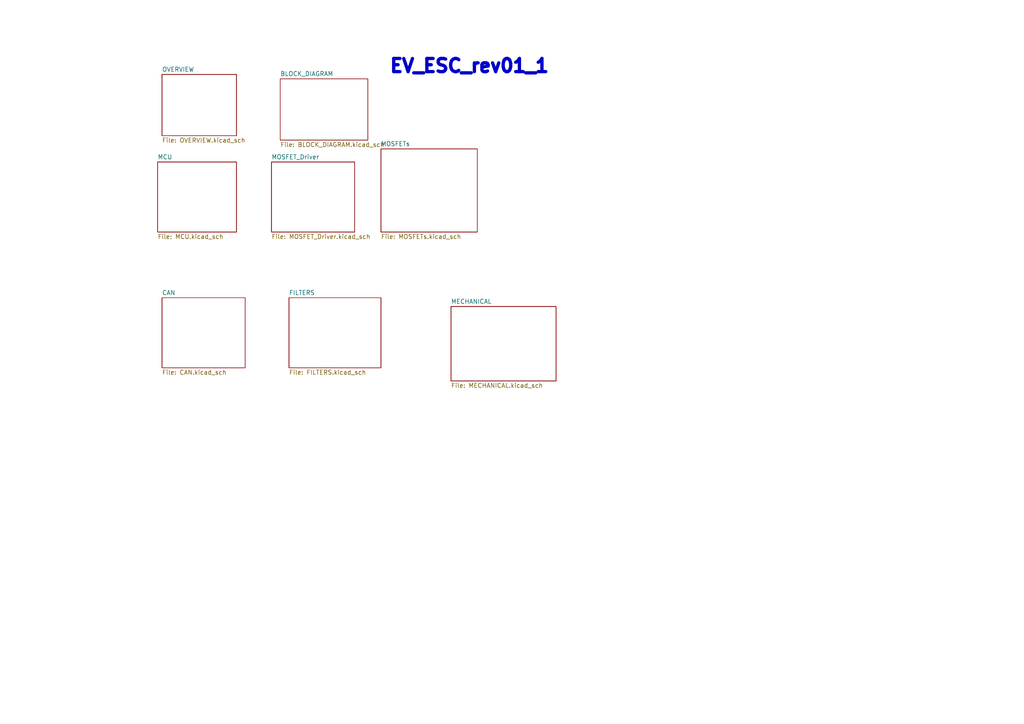
<source format=kicad_sch>
(kicad_sch
	(version 20231120)
	(generator "eeschema")
	(generator_version "8.0")
	(uuid "e63e39d7-6ac0-4ffd-8aa3-1841a4541b55")
	(paper "A4")
	(title_block
		(title "EV_ESC_rev01_1")
		(date "04 Feb 2025")
		(company "EV Electronics")
		(comment 1 "Engineer: Eric Vann")
		(comment 2 "Email: ericvann91@gmail.com")
		(comment 3 "Phone: 5623942657")
	)
	(lib_symbols)
	(text "EV_ESC_rev01_1"
		(exclude_from_sim no)
		(at 136.144 19.304 0)
		(effects
			(font
				(size 3.81 3.81)
				(thickness 1.27)
				(bold yes)
			)
		)
		(uuid "24d7bd79-dfb0-4e7a-b802-307902026757")
	)
	(sheet
		(at 45.72 46.99)
		(size 22.86 20.32)
		(fields_autoplaced yes)
		(stroke
			(width 0.1524)
			(type solid)
		)
		(fill
			(color 0 0 0 0.0000)
		)
		(uuid "2ce530e8-5423-4eb0-8103-0ed9fc224346")
		(property "Sheetname" "MCU"
			(at 45.72 46.2784 0)
			(effects
				(font
					(size 1.27 1.27)
				)
				(justify left bottom)
			)
		)
		(property "Sheetfile" "MCU.kicad_sch"
			(at 45.72 67.8946 0)
			(effects
				(font
					(size 1.27 1.27)
				)
				(justify left top)
			)
		)
		(instances
			(project "EV_ESCproj"
				(path "/e63e39d7-6ac0-4ffd-8aa3-1841a4541b55"
					(page "2")
				)
			)
		)
	)
	(sheet
		(at 81.28 22.86)
		(size 25.4 17.78)
		(fields_autoplaced yes)
		(stroke
			(width 0.1524)
			(type solid)
		)
		(fill
			(color 0 0 0 0.0000)
		)
		(uuid "4907b513-69b5-426e-8dc4-e9037157b530")
		(property "Sheetname" "BLOCK_DIAGRAM"
			(at 81.28 22.1484 0)
			(effects
				(font
					(size 1.27 1.27)
				)
				(justify left bottom)
			)
		)
		(property "Sheetfile" "BLOCK_DIAGRAM.kicad_sch"
			(at 81.28 41.2246 0)
			(effects
				(font
					(size 1.27 1.27)
				)
				(justify left top)
			)
		)
		(instances
			(project "EV_ESCproj"
				(path "/e63e39d7-6ac0-4ffd-8aa3-1841a4541b55"
					(page "9")
				)
			)
		)
	)
	(sheet
		(at 46.99 21.59)
		(size 21.59 17.78)
		(fields_autoplaced yes)
		(stroke
			(width 0.1524)
			(type solid)
		)
		(fill
			(color 0 0 0 0.0000)
		)
		(uuid "5674e641-e31a-43ec-8002-6ab90cc7d1b4")
		(property "Sheetname" "OVERVIEW"
			(at 46.99 20.8784 0)
			(effects
				(font
					(size 1.27 1.27)
				)
				(justify left bottom)
			)
		)
		(property "Sheetfile" "OVERVIEW.kicad_sch"
			(at 46.99 39.9546 0)
			(effects
				(font
					(size 1.27 1.27)
				)
				(justify left top)
			)
		)
		(instances
			(project "EV_ESCproj"
				(path "/e63e39d7-6ac0-4ffd-8aa3-1841a4541b55"
					(page "8")
				)
			)
		)
	)
	(sheet
		(at 46.99 86.36)
		(size 24.13 20.32)
		(fields_autoplaced yes)
		(stroke
			(width 0.1524)
			(type solid)
		)
		(fill
			(color 0 0 0 0.0000)
		)
		(uuid "5e3daac4-f8f4-4257-87bd-3410748b650b")
		(property "Sheetname" "CAN"
			(at 46.99 85.6484 0)
			(effects
				(font
					(size 1.27 1.27)
				)
				(justify left bottom)
			)
		)
		(property "Sheetfile" "CAN.kicad_sch"
			(at 46.99 107.2646 0)
			(effects
				(font
					(size 1.27 1.27)
				)
				(justify left top)
			)
		)
		(instances
			(project "EV_ESCproj"
				(path "/e63e39d7-6ac0-4ffd-8aa3-1841a4541b55"
					(page "5")
				)
			)
		)
	)
	(sheet
		(at 110.49 43.18)
		(size 27.94 24.13)
		(fields_autoplaced yes)
		(stroke
			(width 0.1524)
			(type solid)
		)
		(fill
			(color 0 0 0 0.0000)
		)
		(uuid "7b24dc67-74cc-42a3-8ed5-64aa85a30fc5")
		(property "Sheetname" "MOSFETs"
			(at 110.49 42.4684 0)
			(effects
				(font
					(size 1.27 1.27)
				)
				(justify left bottom)
			)
		)
		(property "Sheetfile" "MOSFETs.kicad_sch"
			(at 110.49 67.8946 0)
			(effects
				(font
					(size 1.27 1.27)
				)
				(justify left top)
			)
		)
		(instances
			(project "EV_ESCproj"
				(path "/e63e39d7-6ac0-4ffd-8aa3-1841a4541b55"
					(page "4")
				)
			)
		)
	)
	(sheet
		(at 78.74 46.99)
		(size 24.13 20.32)
		(fields_autoplaced yes)
		(stroke
			(width 0.1524)
			(type solid)
		)
		(fill
			(color 0 0 0 0.0000)
		)
		(uuid "7f506641-7df9-4d02-b7f8-365da85a6270")
		(property "Sheetname" "MOSFET_Driver"
			(at 78.74 46.2784 0)
			(effects
				(font
					(size 1.27 1.27)
				)
				(justify left bottom)
			)
		)
		(property "Sheetfile" "MOSFET_Driver.kicad_sch"
			(at 78.74 67.8946 0)
			(effects
				(font
					(size 1.27 1.27)
				)
				(justify left top)
			)
		)
		(instances
			(project "EV_ESCproj"
				(path "/e63e39d7-6ac0-4ffd-8aa3-1841a4541b55"
					(page "3")
				)
			)
		)
	)
	(sheet
		(at 130.81 88.9)
		(size 30.48 21.59)
		(fields_autoplaced yes)
		(stroke
			(width 0.1524)
			(type solid)
		)
		(fill
			(color 0 0 0 0.0000)
		)
		(uuid "de82a1dc-9784-4698-953e-747bc129524a")
		(property "Sheetname" "MECHANICAL"
			(at 130.81 88.1884 0)
			(effects
				(font
					(size 1.27 1.27)
				)
				(justify left bottom)
			)
		)
		(property "Sheetfile" "MECHANICAL.kicad_sch"
			(at 130.81 111.0746 0)
			(effects
				(font
					(size 1.27 1.27)
				)
				(justify left top)
			)
		)
		(instances
			(project "EV_ESCproj"
				(path "/e63e39d7-6ac0-4ffd-8aa3-1841a4541b55"
					(page "7")
				)
			)
		)
	)
	(sheet
		(at 83.82 86.36)
		(size 26.67 20.32)
		(fields_autoplaced yes)
		(stroke
			(width 0.1524)
			(type solid)
		)
		(fill
			(color 0 0 0 0.0000)
		)
		(uuid "e26ffb9f-f409-4a39-ab1f-882f96609d7b")
		(property "Sheetname" "FILTERS"
			(at 83.82 85.6484 0)
			(effects
				(font
					(size 1.27 1.27)
				)
				(justify left bottom)
			)
		)
		(property "Sheetfile" "FILTERS.kicad_sch"
			(at 83.82 107.2646 0)
			(effects
				(font
					(size 1.27 1.27)
				)
				(justify left top)
			)
		)
		(instances
			(project "EV_ESCproj"
				(path "/e63e39d7-6ac0-4ffd-8aa3-1841a4541b55"
					(page "6")
				)
			)
		)
	)
	(sheet_instances
		(path "/"
			(page "1")
		)
	)
)

</source>
